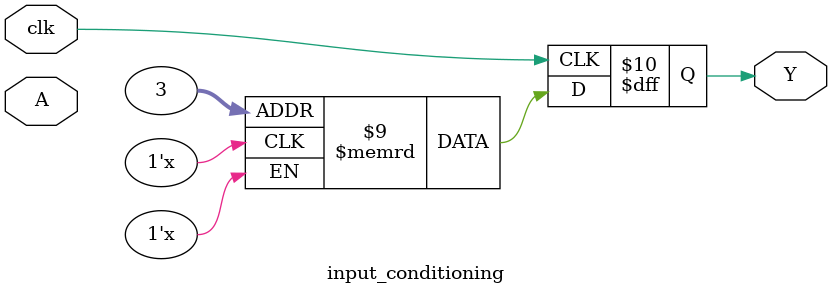
<source format=sv>
/*module INVX2MA10TR(
	input wire A,
	output wire Y
);
	assign Y = ~A;

endmodule */


module input_conditioning(
	input logic A, clk,
	output logic Y
);

	logic Y_buff [4];

	io_in buff1(.chipout(A), .chipin(Y_buff[0]));
	io_in buff2(.chipout(Y_buff[0]), .chipin(Y_buff[1]));
	io_in buff3(.chipout(Y_buff[1]), .chipin(Y_buff[2]));
	io_in buff4(.chipout(Y_buff[2]), .chipin(Y_buff[3]));


	always_ff @ (posedge clk) begin
		Y <= Y_buff[3];
	end

endmodule
</source>
